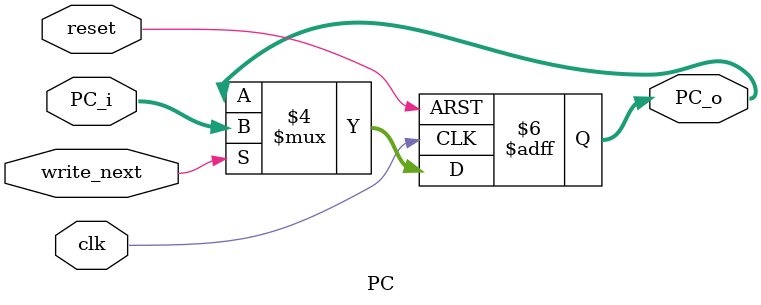
<source format=v>
module PC(clk, reset, write_next, PC_i, PC_o);
	input clk;
	input reset;
	input write_next;
	input [31:0] PC_i;
	output reg [31:0] PC_o;
	
	always@(negedge clk or negedge reset)
		begin
		if(!reset)
			begin
			PC_o <= 32'h0000_0000;
			end
		else if(write_next)
			begin
			PC_o <= PC_i;
			end
		else
			begin
			PC_o <= PC_o;
			end
		end
endmodule
</source>
